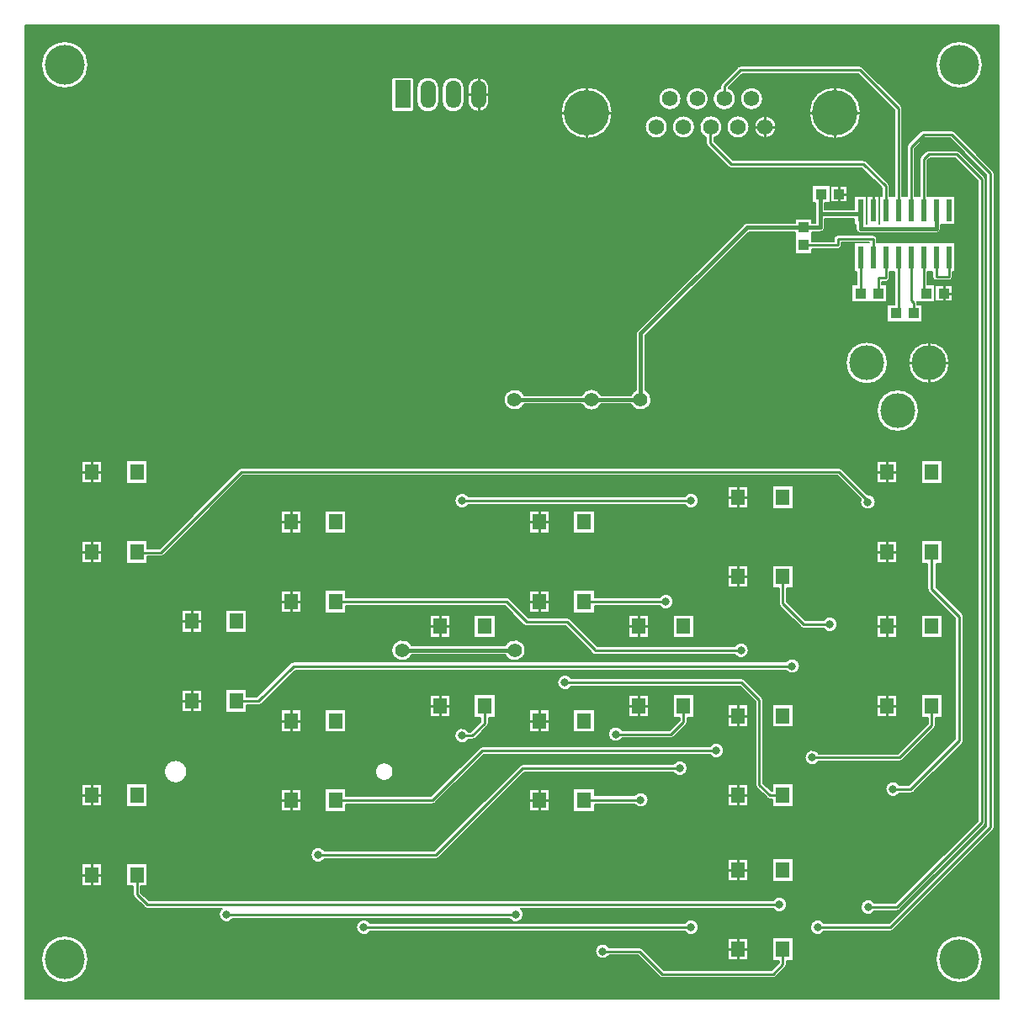
<source format=gtl>
G04 EasyPC Gerber Version 21.0.3 Build 4286 *
%FSLAX35Y35*%
%MOIN*%
%ADD20R,0.06000X0.11000*%
%AMT20*0 Rounded Rectangle Pad at angle 0*4,1,8,-0.03000,-0.05500,0.03000,-0.05500,0.03000,-0.05500,0.03000,0.05500,0.03000,0.05500,-0.03000,0.05500,-0.03000,0.05500,-0.03000,-0.05500,-0.03000,-0.05500,0*%
%ADD20T20*%
%ADD21O,0.06000X0.11000*%
%ADD16R,0.02200X0.08600*%
%ADD71R,0.03937X0.04291*%
%ADD19R,0.05512X0.06299*%
%ADD10C,0.00500*%
%ADD14C,0.01000*%
%ADD24C,0.01500*%
%ADD25C,0.03200*%
%ADD23C,0.05600*%
%ADD17C,0.06142*%
%ADD22C,0.13780*%
%ADD15C,0.15748*%
%ADD18C,0.18012*%
%ADD70R,0.04291X0.03937*%
X0Y0D02*
D02*
D10*
X4187Y390014D02*
Y4187D01*
X390014*
Y390014*
X4187*
X10611Y19935D02*
G75*
G02X29259I9324D01*
G01*
G75*
G02X10611I-9324*
G01*
Y374266D02*
G75*
G02X29259I9324D01*
G01*
G75*
G02X10611I-9324*
G01*
X26756Y57799D02*
X34768D01*
Y49000*
X26756*
Y57799*
Y89295D02*
X34768D01*
Y80496*
X26756*
Y89295*
Y185752D02*
X34768D01*
Y176953*
X26756*
Y185752*
Y217248D02*
X34768D01*
Y208449*
X26756*
Y217248*
X300470Y43139D02*
G75*
G02X306146Y41589I2627J-1550D01*
G01*
G75*
G02X300470Y40039I-3050*
G01*
X200495*
G75*
G02X201646Y37652I-1898J-2387*
G01*
G75*
G02X195970Y36102I-3050*
G01*
X86637*
G75*
G02X80960Y37652I-2627J1550*
G01*
G75*
G02X82111Y40039I3050J0*
G01*
X52598*
G75*
G02X51500Y40493I-1J1550*
G01*
X47382Y44611*
G75*
G02X46928Y45707I1096J1096*
G01*
Y48801*
X44274*
Y57998*
X52683*
Y48801*
X50028*
Y46349*
X53239Y43139*
X300470*
X282661Y28272D02*
X290673D01*
Y19472*
X282661*
Y28272*
X300179Y28470D02*
X308589D01*
Y19274*
X305934*
Y17884*
G75*
G02X305480Y16788I-1550*
G01*
X301693Y13000*
G75*
G02X300595Y12546I-1096J1096*
G01*
X256598*
G75*
G02X255500Y13000I-1J1550*
G01*
X246954Y21546*
X235723*
G75*
G02X230046Y23096I-2627J1550*
G01*
G75*
G02X235723Y24646I3050*
G01*
X247595*
G75*
G02X248693Y24193I1J-1550*
G01*
X257239Y15646*
X299954*
X302834Y18526*
Y19274*
X300179*
Y28470*
X265470Y34146D02*
G75*
G02X271146Y32596I2627J-1550D01*
G01*
G75*
G02X265470Y31046I-3050*
G01*
X141038*
G75*
G02X135361Y32596I-2627J1550*
G01*
G75*
G02X141038Y34146I3050*
G01*
X265470*
X44274Y89494D02*
X52683D01*
Y80297*
X44274*
Y89494*
X337757Y204128D02*
G75*
G02X341146Y201096I339J-3031D01*
G01*
G75*
G02X335046I-3050*
G01*
G75*
G02X335267Y202234I3050J0*
G01*
X325954Y211546*
X90739*
X59193Y180000*
G75*
G02X58095Y179546I-1096J1096*
G01*
X52683*
Y176754*
X44274*
Y185951*
X52683*
Y182646*
X57454*
X89000Y214193*
G75*
G02X90098Y214646I1096J-1096*
G01*
X326595*
G75*
G02X327693Y214193I1J-1550*
G01*
X337757Y204128*
X105496Y166067D02*
X113508D01*
Y157268*
X105496*
Y166067*
Y197563D02*
X113508D01*
Y188764*
X105496*
Y197563*
X285319Y144054D02*
G75*
G02X290896Y142346I2527J-1707D01*
G01*
G75*
G02X285319Y140639I-3050*
G01*
X229846*
G75*
G02X228229Y141799J1707*
G01*
X218139Y151889*
X202849*
G75*
G02X201634Y152394I-2J1707*
G01*
X194135Y159960*
X131423*
Y157069*
X123014*
Y166266*
X131423*
Y163375*
X194844*
G75*
G02X196059Y162869I2J-1707*
G01*
X203558Y155304*
X218846*
G75*
G02X220055Y154802J-1707*
G01*
X230804Y144054*
X285319*
X194353Y144146D02*
G75*
G02X202453Y142346I3850J-1800D01*
G01*
G75*
G02X194353Y140546I-4250*
G01*
X157446*
G75*
G02X149346Y142346I-3850J1800*
G01*
G75*
G02X157446Y144146I4250*
G01*
X194353*
X164551Y156224D02*
X172563D01*
Y147425*
X164551*
Y156224*
X182069Y156423D02*
X190478D01*
Y147226*
X182069*
Y156423*
X123014Y197762D02*
X131423D01*
Y188565*
X123014*
Y197762*
X265470Y203146D02*
G75*
G02X271146Y201596I2627J-1550D01*
G01*
G75*
G02X265470Y200046I-3050*
G01*
X179973*
G75*
G02X174296Y201596I-2627J1550*
G01*
G75*
G02X179973Y203146I3050*
G01*
X265470*
X203921Y166067D02*
X211933D01*
Y157268*
X203921*
Y166067*
Y197563D02*
X211933D01*
Y188764*
X203921*
Y197563*
X255569Y163304D02*
G75*
G02X261146Y161596I2527J-1707D01*
G01*
G75*
G02X255569Y159889I-3050*
G01*
X229848*
Y157069*
X221439*
Y166266*
X229848*
Y163304*
X255569*
X260809Y156423D02*
X269219D01*
Y147226*
X260809*
Y156423*
X243291Y156224D02*
X251303D01*
Y147425*
X243291*
Y156224*
X221439Y197762D02*
X229848D01*
Y188565*
X221439*
Y197762*
X282661Y175909D02*
X290673D01*
Y167110*
X282661*
Y175909*
Y207406D02*
X290673D01*
Y198606*
X282661*
Y207406*
X320470Y154146D02*
G75*
G02X326146Y152596I2627J-1550D01*
G01*
G75*
G02X320470Y151046I-3050*
G01*
X312598*
G75*
G02X311500Y151500I-1J1550*
G01*
X303288Y159713*
G75*
G02X302834Y160809I1096J1096*
G01*
Y166911*
X300179*
Y176108*
X308589*
Y166911*
X305934*
Y161451*
X313239Y154146*
X320470*
X359234Y124927D02*
X367644D01*
Y115730*
X364989*
Y112689*
G75*
G02X364535Y111593I-1550*
G01*
X351693Y98750*
G75*
G02X350595Y98296I-1096J1096*
G01*
X318723*
G75*
G02X313046Y99846I-2627J1550*
G01*
G75*
G02X318723Y101396I3050*
G01*
X349954*
X361889Y113331*
Y115730*
X359234*
Y124927*
X387708Y332366D02*
G75*
G02X388162Y331270I-1096J-1096D01*
G01*
Y72112*
G75*
G02X387708Y71016I-1550*
G01*
X348193Y31500*
G75*
G02X347095Y31046I-1096J1096*
G01*
X320830*
G75*
G02X315153Y32596I-2627J1550*
G01*
G75*
G02X320830Y34146I3050*
G01*
X346454*
X385062Y72754*
Y330628*
X370533Y345157*
X360754*
X356662Y341065*
Y322388*
X358562*
Y336833*
G75*
G02X359016Y337929I1550*
G01*
X361016Y339929*
G75*
G02X362113Y340383I1096J-1096*
G01*
X373111*
G75*
G02X374208Y339929I1J-1550*
G01*
X384208Y329929*
G75*
G02X384662Y328833I-1096J-1096*
G01*
Y74112*
G75*
G02X384208Y73016I-1550*
G01*
X350693Y39500*
G75*
G02X349595Y39046I-1096J1096*
G01*
X340830*
G75*
G02X335153Y40596I-2627J1550*
G01*
G75*
G02X340830Y42146I3050*
G01*
X348954*
X381562Y74754*
Y328191*
X372470Y337283*
X362754*
X361662Y336191*
Y322388*
X372663*
Y310888*
X366912*
Y309337*
G75*
G02X365112Y307537I-1800*
G01*
X335112*
G75*
G02X333312Y309337J1800*
G01*
Y310888*
X332561*
Y313411*
X320948*
Y309837*
G75*
G02X319148Y308037I-1800*
G01*
X316030*
Y304387*
X324562*
Y305337*
G75*
G02X326112Y306887I1550*
G01*
X340112*
G75*
G02X341662Y305337J-1550*
G01*
Y303785*
X372663*
Y292285*
X371662*
Y290337*
G75*
G02X370112Y288787I-1550*
G01*
X365112*
G75*
G02X363562Y290337J1550*
G01*
Y292285*
X361662*
Y287132*
X364707*
Y280297*
X357572*
G75*
G02X357662Y279778I-1460J-520*
G01*
Y279258*
X359707*
Y272423*
X345518*
Y279258*
X348562*
Y292285*
X346662*
Y289837*
G75*
G02X345112Y288287I-1550*
G01*
X343662*
Y287132*
X345707*
Y280297*
X331518*
Y287132*
X333562*
Y292285*
X332561*
Y303785*
X338562*
Y303787*
X327662*
Y302837*
G75*
G02X326112Y301287I-1550*
G01*
X316030*
Y299242*
X309195*
Y308037*
X290858*
X249896Y267075*
Y245446*
G75*
G02X252346Y241596I-1800J-3850*
G01*
G75*
G02X244246Y239796I-4250*
G01*
X232446*
G75*
G02X224746I-3850J1800*
G01*
X201946*
G75*
G02X193846Y241596I-3850J1800*
G01*
G75*
G02X201946Y243396I4250*
G01*
X224746*
G75*
G02X232446I3850J-1800*
G01*
X244246*
G75*
G02X246296Y245446I3850J-1800*
G01*
Y267821*
G75*
G02X246825Y269095I1800*
G01*
X288838Y311108*
G75*
G02X290112Y311637I1274J-1272*
G01*
X309195*
Y313431*
X316030*
Y311637*
X317348*
Y319667*
X315990*
Y326502*
X323179*
Y319667*
X320948*
Y317011*
X332561*
Y322388*
X337663*
Y311137*
X337762*
Y322187*
X342463*
Y311137*
X342561*
Y322388*
X343562*
Y325494*
X335710Y333346*
X283865*
G75*
G02X282768Y333800I-1J1550*
G01*
X274500Y342067*
G75*
G02X274046Y343163I1096J1096*
G01*
Y345490*
G75*
G02X275841Y354161I1794J4150*
G01*
G75*
G02X277146Y345312J-4521*
G01*
Y343806*
X284506Y336446*
X336351*
G75*
G02X337448Y335992I1J-1550*
G01*
X346208Y327232*
G75*
G02X346662Y326136I-1096J-1096*
G01*
Y322388*
X348562*
Y356439*
X334254Y370747*
X288294*
X282784Y365238*
Y365068*
G75*
G02X281234Y356300I-1550J-4247*
G01*
G75*
G02X279684Y365068J4521*
G01*
Y365880*
G75*
G02X280138Y366976I1550*
G01*
X286556Y373393*
G75*
G02X287653Y373847I1096J-1096*
G01*
X334894*
G75*
G02X335992Y373393I1J-1550*
G01*
X351208Y358177*
G75*
G02X351662Y357081I-1096J-1096*
G01*
Y322388*
X353562*
Y341707*
G75*
G02X354016Y342803I1550*
G01*
X359016Y347803*
G75*
G02X360113Y348257I1096J-1096*
G01*
X371174*
G75*
G02X372271Y347803I1J-1550*
G01*
X387708Y332366*
X364717Y286933D02*
X371508D01*
Y280496*
X364717*
Y286933*
X354118Y256156D02*
G75*
G02X370398I8140D01*
G01*
G75*
G02X354118I-8140*
G01*
X359234Y156423D02*
X367644D01*
Y147226*
X359234*
Y156423*
X375603Y156800D02*
G75*
G02X376099Y155596I-1211J-1204D01*
G01*
Y106642*
G75*
G02X375598Y105433I-1707*
G01*
X356305Y86141*
G75*
G02X355096Y85639I-1209J1206*
G01*
X350624*
G75*
G02X345046Y87346I-2527J1707*
G01*
G75*
G02X350624Y89054I3050*
G01*
X354389*
X372684Y107349*
Y154892*
X365182Y162439*
X362233Y165388*
G75*
G02X361731Y166596I1206J1209*
G01*
Y176754*
X359234*
Y185951*
X367644*
Y176754*
X365146*
Y167304*
X367597Y164853*
G75*
G02X367603Y164848I-865J-937*
G01*
X375603Y156800*
X359234Y217447D02*
X367644D01*
Y208250*
X359234*
Y217447*
X329312Y256156D02*
G75*
G02X345991I8340D01*
G01*
G75*
G02X329312I-8340*
G01*
X341595Y237258D02*
G75*
G02X358275I8340D01*
G01*
G75*
G02X341595I-8340*
G01*
X341717Y124728D02*
X349728D01*
Y115929*
X341717*
Y124728*
Y156224D02*
X349728D01*
Y147425*
X341717*
Y156224*
Y185752D02*
X349728D01*
Y176953*
X341717*
Y185752*
Y217248D02*
X349728D01*
Y208449*
X341717*
Y217248*
X323189Y326303D02*
X329980D01*
Y319866*
X323189*
Y326303*
X314778Y355230D02*
G75*
G02X335289I10256D01*
G01*
G75*
G02X314778I-10256*
G01*
X292022Y365342D02*
G75*
G02X296543Y360821J-4521D01*
G01*
G75*
G02X292022Y356300I-4521*
G01*
G75*
G02X287501Y360821J4521*
G01*
G75*
G02X292022Y365342I4521*
G01*
X293094Y349640D02*
G75*
G02X301736I4321D01*
G01*
G75*
G02X293094I-4321*
G01*
X286628Y354161D02*
G75*
G02X291149Y349640J-4521D01*
G01*
G75*
G02X286628Y345119I-4521*
G01*
G75*
G02X282107Y349640J4521*
G01*
G75*
G02X286628Y354161I4521*
G01*
X364942Y19935D02*
G75*
G02X383590I9324D01*
G01*
G75*
G02X364942I-9324*
G01*
X300179Y207604D02*
X308589D01*
Y198407*
X300179*
Y207604*
X63833Y98846D02*
G75*
G02X68432Y94246J-4600D01*
G01*
G75*
G02X63833Y89646I-4600*
G01*
G75*
G02X59233Y94246J4600*
G01*
G75*
G02X63833Y98846I4600*
G01*
X66126Y126697D02*
X74138D01*
Y117898*
X66126*
Y126697*
Y158193D02*
X74138D01*
Y149394*
X66126*
Y158193*
X305556Y137784D02*
G75*
G02X311146Y136096I2541J-1688D01*
G01*
G75*
G02X305583Y134369I-3050*
G01*
X111193*
X97915Y121091*
G75*
G02X96707Y120590I-1209J1206*
G01*
X92053*
Y117699*
X83644*
Y126896*
X92053*
Y124005*
X96000*
X109278Y137283*
G75*
G02X110486Y137784I1209J-1206*
G01*
X305556*
X260970Y97146D02*
G75*
G02X266646Y95596I2627J-1550D01*
G01*
G75*
G02X260970Y94046I-3050*
G01*
X201987*
X168118Y60178*
G75*
G02X167020Y59724I-1096J1096*
G01*
X122956*
G75*
G02X117279Y61274I-2627J1550*
G01*
G75*
G02X122956Y62824I3050*
G01*
X166380*
X200248Y96693*
G75*
G02X201346Y97146I1096J-1096*
G01*
X260970*
X203921Y87327D02*
X211933D01*
Y78528*
X203921*
Y87327*
X245569Y84804D02*
G75*
G02X251146Y83096I2527J-1707D01*
G01*
G75*
G02X245569Y81389I-3050*
G01*
X229848*
Y78329*
X221439*
Y87526*
X229848*
Y84804*
X245569*
X275470Y104146D02*
G75*
G02X281146Y102596I2627J-1550D01*
G01*
G75*
G02X275470Y101046I-3050*
G01*
X185916*
X166700Y81831*
G75*
G02X165603Y81377I-1096J1096*
G01*
X131423*
Y78329*
X123014*
Y87526*
X131423*
Y84477*
X164962*
X184178Y103693*
G75*
G02X185275Y104146I1096J-1096*
G01*
X275470*
X123014Y119022D02*
X131423D01*
Y109825*
X123014*
Y119022*
X142894Y94246D02*
G75*
G02X150125I3615D01*
G01*
G75*
G02X142894I-3615*
G01*
X164551Y124728D02*
X172563D01*
Y115929*
X164551*
Y124728*
X182069Y124927D02*
X190478D01*
Y115730*
X187824*
Y113439*
G75*
G02X187370Y112343I-1550*
G01*
X182448Y107422*
G75*
G02X181351Y106968I-1096J1096*
G01*
X179973*
G75*
G02X174296Y108518I-2627J1550*
G01*
G75*
G02X179973Y110068I3050*
G01*
X180710*
X184724Y114081*
Y115730*
X182069*
Y124927*
X203921Y118823D02*
X211933D01*
Y110024*
X203921*
Y118823*
X300179Y89494D02*
X308589D01*
Y80297*
X300179*
Y83346*
X299298*
G75*
G02X298201Y83800I-1J1550*
G01*
X294000Y88000*
G75*
G02X293546Y89096I1096J1096*
G01*
Y121954*
X287454Y128046*
X220723*
G75*
G02X215046Y129596I-2627J1550*
G01*
G75*
G02X220723Y131146I3050*
G01*
X288095*
G75*
G02X289193Y130693I1J-1550*
G01*
X296193Y123693*
G75*
G02X296646Y122596I-1096J-1096*
G01*
Y89739*
X299939Y86446*
X300179*
Y89494*
Y59967D02*
X308589D01*
Y50770*
X300179*
Y59967*
X221439Y119022D02*
X229848D01*
Y109825*
X221439*
Y119022*
X260809Y124927D02*
X269219D01*
Y115730*
X266564*
Y114014*
G75*
G02X266110Y112918I-1550*
G01*
X261193Y108000*
G75*
G02X260095Y107546I-1096J1096*
G01*
X240830*
G75*
G02X235153Y109096I-2627J1550*
G01*
G75*
G02X240830Y110646I3050*
G01*
X259454*
X263464Y114656*
Y115730*
X260809*
Y124927*
X243291Y124728D02*
X251303D01*
Y115929*
X243291*
Y124728*
X282661Y59768D02*
X290673D01*
Y50969*
X282661*
Y59768*
Y89295D02*
X290673D01*
Y80496*
X282661*
Y89295*
Y120791D02*
X290673D01*
Y111992*
X282661*
Y120791*
X300179Y120990D02*
X308589D01*
Y111793*
X300179*
Y120990*
X105496Y87327D02*
X113508D01*
Y78528*
X105496*
Y87327*
Y118823D02*
X113508D01*
Y110024*
X105496*
Y118823*
X83644Y158392D02*
X92053D01*
Y149195*
X83644*
Y158392*
X44274Y217447D02*
X52683D01*
Y208250*
X44274*
Y217447*
X157393Y369405D02*
G75*
G02X158243Y368555J-850D01*
G01*
Y356355*
G75*
G02X157393Y355505I-850*
G01*
X150193*
G75*
G02X149343Y356355J850*
G01*
Y368555*
G75*
G02X150193Y369405I850*
G01*
X157393*
X159344Y364955D02*
G75*
G02X168242I4449D01*
G01*
Y359955*
G75*
G02X159344I-4449*
G01*
Y364955*
X169344D02*
G75*
G02X178242I4449D01*
G01*
Y359955*
G75*
G02X169344I-4449*
G01*
Y364955*
X179543D02*
G75*
G02X188043I4250D01*
G01*
Y359955*
G75*
G02X179543I-4250*
G01*
Y364955*
X216392Y355230D02*
G75*
G02X236904I10256D01*
G01*
G75*
G02X216392I-10256*
G01*
X254266Y354161D02*
G75*
G02X258787Y349640J-4521D01*
G01*
G75*
G02X254266Y345119I-4521*
G01*
G75*
G02X249745Y349640J4521*
G01*
G75*
G02X254266Y354161I4521*
G01*
X259659Y365342D02*
G75*
G02X264180Y360821J-4521D01*
G01*
G75*
G02X259659Y356300I-4521*
G01*
G75*
G02X255139Y360821J4521*
G01*
G75*
G02X259659Y365342I4521*
G01*
X265053Y354161D02*
G75*
G02X269574Y349640J-4521D01*
G01*
G75*
G02X265053Y345119I-4521*
G01*
G75*
G02X260532Y349640J4521*
G01*
G75*
G02X265053Y354161I4521*
G01*
X270447Y365342D02*
G75*
G02X274968Y360821J-4521D01*
G01*
G75*
G02X270447Y356300I-4521*
G01*
G75*
G02X265926Y360821J4521*
G01*
G75*
G02X270447Y365342I4521*
G01*
X364942Y374266D02*
G75*
G02X383590I9324D01*
G01*
G75*
G02X364942I-9324*
G01*
X308589Y19935D02*
G36*
Y19274D01*
X305934*
Y17884*
G75*
G02X305480Y16788I-1551J0*
G01*
X301693Y13000*
G75*
G02X300595Y12546I-1096J1096*
G01*
X256598*
G75*
G02X255500Y13000I-1J1550*
G01*
X248566Y19935*
X29259*
G75*
G02X10611I-9324*
G01*
X4437*
Y4437*
X389764*
Y19935*
X383590*
G75*
G02X364942I-9324*
G01*
X308589*
G37*
X300179D02*
G36*
X290673D01*
Y19472*
X282661*
Y19935*
X252950*
X257239Y15646*
X299954*
X302834Y18526*
Y19274*
X300179*
Y19935*
G37*
X349289Y32596D02*
G36*
X348193Y31500D01*
G75*
G02X347095Y31046I-1096J1096*
G01*
X320830*
G75*
G02X315153Y32596I-2627J1550*
G01*
X271146*
G75*
G02X265470Y31046I-3050*
G01*
X141038*
G75*
G02X135361Y32596I-2627J1550*
G01*
X4437*
Y19935*
X10611*
G75*
G02X29259I9324*
G01*
X248566*
X246954Y21546*
X235723*
G75*
G02X230046Y23096I-2627J1550*
G01*
G75*
G02X235723Y24646I3050*
G01*
X247595*
G75*
G02X248693Y24193I1J-1550*
G01*
X252950Y19935*
X282661*
Y28272*
X290673*
Y19935*
X300179*
Y28470*
X308589*
Y19935*
X364942*
G75*
G02X383590I9324*
G01*
X389764*
Y32596*
X349289*
G37*
X365707Y53400D02*
G36*
X364592D01*
X350693Y39500*
G75*
G02X349595Y39046I-1096J1096*
G01*
X340830*
G75*
G02X335153Y40596I-2627J1550*
G01*
G75*
G02X340830Y42146I3050*
G01*
X348954*
X360207Y53400*
X308589*
Y50770*
X300179*
Y53400*
X290673*
Y50969*
X282661*
Y53400*
X52683*
Y48801*
X50028*
Y46349*
X53239Y43139*
X300470*
G75*
G02X306146Y41589I2627J-1550*
G01*
G75*
G02X300470Y40039I-3050*
G01*
X200495*
G75*
G02X201646Y37652I-1900J-2388*
G01*
G75*
G02X195970Y36102I-3050*
G01*
X86637*
G75*
G02X80960Y37652I-2627J1550*
G01*
G75*
G02X82111Y40039I3051J-1*
G01*
X52598*
G75*
G02X51500Y40493I-1J1550*
G01*
X47382Y44611*
G75*
G02X46928Y45707I1097J1096*
G01*
Y48801*
X44274*
Y53400*
X34768*
Y49000*
X26756*
Y53400*
X4437*
Y32596*
X135361*
G75*
G02X141038Y34146I3050*
G01*
X265470*
G75*
G02X271146Y32596I2627J-1550*
G01*
X315153*
G75*
G02X320830Y34146I3050*
G01*
X346454*
X365707Y53400*
G37*
X370092D02*
G36*
X349289Y32596D01*
X389764*
Y53400*
X370092*
G37*
X381562Y84896D02*
G36*
X349912D01*
G75*
G02X346281I-1816J2451*
G01*
X308589*
Y80297*
X300179*
Y83346*
X299298*
G75*
G02X298201Y83800I-1J1550*
G01*
X297105Y84896*
X290673*
Y80496*
X282661*
Y84896*
X250559*
G75*
G02X251146Y83097I-2463J-1799*
G01*
Y83096*
G75*
G02X245569Y81389I-3050J0*
G01*
X229848*
Y78329*
X221439*
Y84896*
X211933*
Y78528*
X203921*
Y84896*
X192836*
X168118Y60178*
G75*
G02X167020Y59724I-1096J1096*
G01*
X122956*
G75*
G02X117279Y61274I-2627J1550*
G01*
G75*
G02X122956Y62824I3050*
G01*
X166380*
X188452Y84896*
X169765*
X166700Y81831*
G75*
G02X165603Y81377I-1096J1096*
G01*
X131423*
Y78329*
X123014*
Y84896*
X113508*
Y78528*
X105496*
Y84896*
X52683*
Y80297*
X44274*
Y84896*
X34768*
Y80496*
X26756*
Y84896*
X4437*
Y53400*
X26756*
Y57799*
X34768*
Y53400*
X44274*
Y57998*
X52683*
Y53400*
X282661*
Y59768*
X290673*
Y53400*
X300179*
Y59967*
X308589*
Y53400*
X360207*
X381562Y74754*
Y84896*
G37*
X165381D02*
G36*
X131423D01*
Y84477*
X164962*
X165381Y84896*
G37*
X245634D02*
G36*
X229848D01*
Y84804*
X245569*
G75*
G02X245634Y84896I2528J-1711*
G01*
G37*
X385062D02*
G36*
X384662D01*
Y74112*
G75*
G02X384208Y73016I-1551J0*
G01*
X364592Y53400*
X365707*
X385062Y72754*
Y84896*
G37*
X388162D02*
G36*
Y72112D01*
G75*
G02X387708Y71016I-1551J0*
G01*
X370092Y53400*
X389764*
Y84896*
X388162*
G37*
X174731Y94246D02*
G36*
X150125D01*
G75*
G02X142894I-3615*
G01*
X68432*
G75*
G02X63833Y89646I-4600*
G01*
G75*
G02X59233Y94246J4600*
G01*
X4437*
Y84896*
X26756*
Y89295*
X34768*
Y84896*
X44274*
Y89494*
X52683*
Y84896*
X105496*
Y87327*
X113508*
Y84896*
X123014*
Y87526*
X131423*
Y84896*
X165381*
X174731Y94246*
G37*
X197802D02*
G36*
X179115D01*
X169765Y84896*
X188452*
X197802Y94246*
G37*
X297105Y84896D02*
G36*
X294000Y88000D01*
G75*
G02X293546Y89096I1097J1096*
G01*
Y94246*
X266331*
G75*
G02X260970Y94046I-2735J1350*
G01*
X201987*
X192836Y84896*
X203921*
Y87327*
X211933*
Y84896*
X221439*
Y87526*
X229848*
Y84896*
X245634*
G75*
G02X250559I2463J-1799*
G01*
X282661*
Y89295*
X290673*
Y84896*
X297105*
G37*
X359581Y94246D02*
G36*
X296646D01*
Y89739*
X299939Y86446*
X300179*
Y89494*
X308589*
Y84896*
X346281*
G75*
G02X345046Y87346I1815J2450*
G01*
Y87346*
G75*
G02X350624Y89054I3050J0*
G01*
X354389*
X359581Y94246*
G37*
X385062D02*
G36*
X384662D01*
Y84896*
X385062*
Y94246*
G37*
X381562D02*
G36*
X364411D01*
X356305Y86141*
G75*
G02X355096Y85639I-1208J1205*
G01*
X350624*
G75*
G02X349912Y84896I-2527J1707*
G01*
X381562*
Y94246*
G37*
X388162D02*
G36*
Y84896D01*
X389764*
Y94246*
X388162*
G37*
X293546Y110862D02*
G36*
X264054D01*
X261193Y108000*
G75*
G02X260095Y107546I-1096J1096*
G01*
X240830*
G75*
G02X235153Y109096I-2627J1550*
G01*
G75*
G02X235716Y110862I3050J0*
G01*
X229848*
Y109825*
X221439*
Y110862*
X211933*
Y110024*
X203921*
Y110862*
X185889*
X182448Y107422*
G75*
G02X181351Y106968I-1096J1096*
G01*
X179973*
G75*
G02X174296Y108518I-2627J1550*
G01*
G75*
G02X175395Y110862I3050*
G01*
X131423*
Y109825*
X123014*
Y110862*
X113508*
Y110024*
X105496*
Y110862*
X4437*
Y94246*
X59233*
G75*
G02X63833Y98846I4600*
G01*
G75*
G02X68432Y94246J-4600*
G01*
X142894*
G75*
G02X150125I3615*
G01*
X174731*
X184178Y103693*
G75*
G02X185275Y104146I1096J-1096*
G01*
X275470*
G75*
G02X281146Y102596I2627J-1550*
G01*
G75*
G02X275470Y101046I-3050*
G01*
X185916*
X179115Y94246*
X197802*
X200248Y96693*
G75*
G02X201346Y97146I1096J-1096*
G01*
X260970*
G75*
G02X266646Y95596I2627J-1550*
G01*
G75*
G02X266331Y94246I-3050J0*
G01*
X293546*
Y110862*
G37*
X181504D02*
G36*
X179298D01*
G75*
G02X179973Y110068I-1951J-2344*
G01*
X180710*
X181504Y110862*
G37*
X259670D02*
G36*
X240690D01*
G75*
G02X240830Y110646I-2487J-1767*
G01*
X259454*
X259670Y110862*
G37*
X372684D02*
G36*
X363804D01*
X351693Y98750*
G75*
G02X350595Y98296I-1096J1096*
G01*
X318723*
G75*
G02X313046Y99846I-2627J1550*
G01*
G75*
G02X318723Y101396I3050*
G01*
X349954*
X359420Y110862*
X296646*
Y94246*
X359581*
X372684Y107349*
Y110862*
G37*
X385062D02*
G36*
X384662D01*
Y94246*
X385062*
Y110862*
G37*
X381562D02*
G36*
X376099D01*
Y106642*
Y106641*
G75*
G02X375598Y105433I-1706*
G01*
X364411Y94246*
X381562*
Y110862*
G37*
X388162D02*
G36*
Y94246D01*
X389764*
Y110862*
X388162*
G37*
X182069Y120329D02*
G36*
X172563D01*
Y115929*
X164551*
Y120329*
X92053*
Y117699*
X83644*
Y120329*
X74138*
Y117898*
X66126*
Y120329*
X4437*
Y110862*
X105496*
Y118823*
X113508*
Y110862*
X123014*
Y119022*
X131423*
Y110862*
X175395*
G75*
G02X179298I1951J-2344*
G01*
X181504*
X184724Y114081*
Y115730*
X182069*
Y120329*
G37*
X260809D02*
G36*
X251303D01*
Y115929*
X243291*
Y120329*
X190478*
Y115730*
X187824*
Y113439*
G75*
G02X187370Y112343I-1551J0*
G01*
X185889Y110862*
X203921*
Y118823*
X211933*
Y110862*
X221439*
Y119022*
X229848*
Y110862*
X235716*
G75*
G02X240690I2487J-1765*
G01*
X259670*
X263464Y114656*
Y115730*
X260809*
Y120329*
G37*
X293546D02*
G36*
X290673D01*
Y111992*
X282661*
Y120329*
X269219*
Y115730*
X266564*
Y114014*
G75*
G02X266110Y112918I-1551J0*
G01*
X264054Y110862*
X293546*
Y120329*
G37*
X359234D02*
G36*
X349728D01*
Y115929*
X341717*
Y120329*
X308589*
Y111793*
X300179*
Y120329*
X296646*
Y110862*
X359420*
X361889Y113331*
Y115730*
X359234*
Y120329*
G37*
X385062D02*
G36*
X384662D01*
Y110862*
X385062*
Y120329*
G37*
X372684D02*
G36*
X367644D01*
Y115730*
X364989*
Y112689*
G75*
G02X364535Y111593I-1551J0*
G01*
X363804Y110862*
X372684*
Y120329*
G37*
X381562D02*
G36*
X376099D01*
Y110862*
X381562*
Y120329*
G37*
X388162D02*
G36*
Y110862D01*
X389764*
Y120329*
X388162*
G37*
X372684Y142346D02*
G36*
X290896D01*
G75*
G02X285319Y140639I-3050J0*
G01*
X229846*
G75*
G02X228229Y141799J1707*
G01*
X227682Y142346*
X202453*
G75*
G02X194353Y140546I-4250*
G01*
X157446*
G75*
G02X149346Y142346I-3850J1800*
G01*
X4437*
Y120329*
X66126*
Y126697*
X74138*
Y120329*
X83644*
Y126896*
X92053*
Y124005*
X96000*
X109278Y137283*
G75*
G02X110486Y137784I1208J-1205*
G01*
X305556*
G75*
G02X311146Y136096I2541J-1688*
G01*
Y136096*
G75*
G02X305583Y134369I-3050*
G01*
X111193*
X97915Y121091*
G75*
G02X96707Y120590I-1208J1205*
G01*
X92053*
Y120329*
X164551*
Y124728*
X172563*
Y120329*
X182069*
Y124927*
X190478*
Y120329*
X243291*
Y124728*
X251303*
Y120329*
X260809*
Y124927*
X269219*
Y120329*
X282661*
Y120791*
X290673*
Y120329*
X293546*
Y121954*
X287454Y128046*
X220723*
G75*
G02X215046Y129596I-2627J1550*
G01*
G75*
G02X220723Y131146I3050*
G01*
X288095*
G75*
G02X289193Y130693I1J-1550*
G01*
X296193Y123693*
G75*
G02X296646Y122596I-1097J-1096*
G01*
Y120329*
X300179*
Y120990*
X308589*
Y120329*
X341717*
Y124728*
X349728*
Y120329*
X359234*
Y124927*
X367644*
Y120329*
X372684*
Y142346*
G37*
X385062D02*
G36*
X384662D01*
Y120329*
X385062*
Y142346*
G37*
X381562D02*
G36*
X376099D01*
Y120329*
X381562*
Y142346*
G37*
X388162D02*
G36*
Y120329D01*
X389764*
Y142346*
X388162*
G37*
X227682D02*
G36*
X218204Y151825D01*
X190478*
Y147226*
X182069*
Y151825*
X172563*
Y147425*
X164551*
Y151825*
X92053*
Y149195*
X83644*
Y151825*
X74138*
Y149394*
X66126*
Y151825*
X4437*
Y142346*
X149346*
G75*
G02X157446Y144146I4250*
G01*
X194353*
G75*
G02X202453Y142346I3850J-1800*
G01*
X227682*
G37*
X372684Y151825D02*
G36*
X367644D01*
Y147226*
X359234*
Y151825*
X349728*
Y147425*
X341717*
Y151825*
X326047*
G75*
G02X320470Y151046I-2951J772*
G01*
X312598*
G75*
G02X311500Y151500I-1J1550*
G01*
X311176Y151825*
X269219*
Y147226*
X260809*
Y151825*
X251303*
Y147425*
X243291*
Y151825*
X223033*
X230804Y144054*
X285319*
G75*
G02X290896Y142347I2527J-1707*
G01*
Y142346*
X372684*
Y151825*
G37*
X385062D02*
G36*
X384662D01*
Y142346*
X385062*
Y151825*
G37*
X381562D02*
G36*
X376099D01*
Y142346*
X381562*
Y151825*
G37*
X388162D02*
G36*
Y142346D01*
X389764*
Y151825*
X388162*
G37*
X218204D02*
G36*
X218139Y151889D01*
X202849*
G75*
G02X201634Y152394I-2J1708*
G01*
X194135Y159960*
X131423*
Y157069*
X123014*
Y161667*
X113508*
Y157268*
X105496*
Y161667*
X4437*
Y151825*
X66126*
Y158193*
X74138*
Y151825*
X83644*
Y158392*
X92053*
Y151825*
X164551*
Y156224*
X172563*
Y151825*
X182069*
Y156423*
X190478*
Y151825*
X218204*
G37*
X311176D02*
G36*
X303288Y159713D01*
G75*
G02X302834Y160809I1097J1096*
G01*
Y161667*
X261146*
G75*
G02X261146Y161597I-3044J-69*
G01*
Y161596*
G75*
G02X255569Y159889I-3050J0*
G01*
X229848*
Y157069*
X221439*
Y161667*
X211933*
Y157268*
X203921*
Y161667*
X197250*
X203558Y155304*
X218846*
G75*
G02X220055Y154802I0J-1706*
G01*
X223033Y151825*
X243291*
Y156224*
X251303*
Y151825*
X260809*
Y156423*
X269219*
Y151825*
X311176*
G37*
X372684D02*
G36*
Y154892D01*
X365949Y161667*
X305934*
Y161451*
X313239Y154146*
X320470*
G75*
G02X326146Y152596I2627J-1550*
G01*
G75*
G02X326047Y151825I-3050*
G01*
X341717*
Y156224*
X349728*
Y151825*
X359234*
Y156423*
X367644*
Y151825*
X372684*
G37*
X385062Y161667D02*
G36*
X384662D01*
Y151825*
X385062*
Y161667*
G37*
X381562D02*
G36*
X370765D01*
X375603Y156800*
G75*
G02X376099Y155596I-1213J-1205*
G01*
Y151825*
X381562*
Y161667*
G37*
X388162D02*
G36*
Y151825D01*
X389764*
Y161667*
X388162*
G37*
X300179Y171510D02*
G36*
X290673D01*
Y167110*
X282661*
Y171510*
X4437*
Y161667*
X105496*
Y166067*
X113508*
Y161667*
X123014*
Y166266*
X131423*
Y163375*
X194844*
G75*
G02X196059Y162869I2J-1708*
G01*
X197250Y161667*
X203921*
Y166067*
X211933*
Y161667*
X221439*
Y166266*
X229848*
Y163304*
X255569*
G75*
G02X261146Y161667I2527J-1707*
G01*
X302834*
Y166911*
X300179*
Y171510*
G37*
X365949Y161667D02*
G36*
X365182Y162439D01*
X362233Y165388*
G75*
G02X361731Y166596I1205J1208*
G01*
Y166596*
Y171510*
X308589*
Y166911*
X305934*
Y161667*
X365949*
G37*
X385062Y171510D02*
G36*
X384662D01*
Y161667*
X385062*
Y171510*
G37*
X381562D02*
G36*
X365146D01*
Y167304*
X367597Y164853*
G75*
G02X367603Y164848I-31J-39*
G01*
X370765Y161667*
X381562*
Y171510*
G37*
X388162D02*
G36*
Y161667D01*
X389764*
Y171510*
X388162*
G37*
X359234Y181352D02*
G36*
X349728D01*
Y176953*
X341717*
Y181352*
X60544*
X59193Y180000*
G75*
G02X58095Y179546I-1096J1096*
G01*
X52683*
Y176754*
X44274*
Y181352*
X34768*
Y176953*
X26756*
Y181352*
X4437*
Y171510*
X282661*
Y175909*
X290673*
Y171510*
X300179*
Y176108*
X308589*
Y171510*
X361731*
Y176754*
X359234*
Y181352*
G37*
X385062D02*
G36*
X384662D01*
Y171510*
X385062*
Y181352*
G37*
X381562D02*
G36*
X367644D01*
Y176754*
X365146*
Y171510*
X381562*
Y181352*
G37*
X388162D02*
G36*
Y171510D01*
X389764*
Y181352*
X388162*
G37*
X67971Y193163D02*
G36*
X4437D01*
Y181352*
X26756*
Y185752*
X34768*
Y181352*
X44274*
Y185951*
X52683*
Y182646*
X57454*
X67971Y193163*
G37*
X381562D02*
G36*
X229848D01*
Y188565*
X221439*
Y193163*
X211933*
Y188764*
X203921*
Y193163*
X131423*
Y188565*
X123014*
Y193163*
X113508*
Y188764*
X105496*
Y193163*
X72356*
X60544Y181352*
X341717*
Y185752*
X349728*
Y181352*
X359234*
Y185951*
X367644*
Y181352*
X381562*
Y193163*
G37*
X385062D02*
G36*
X384662D01*
Y181352*
X385062*
Y193163*
G37*
X388162D02*
G36*
Y181352D01*
X389764*
Y193163*
X388162*
G37*
X76404Y201596D02*
G36*
X4437D01*
Y193163*
X67971*
X76404Y201596*
G37*
X381562D02*
G36*
X341105D01*
G75*
G02X341146Y201096I-3009J-500*
G01*
G75*
G02X335046I-3050*
G01*
Y201097*
G75*
G02X335088Y201596I3049J-1*
G01*
X308589*
Y198407*
X300179*
Y201596*
X290673*
Y198606*
X282661*
Y201596*
X271146*
G75*
G02X265470Y200046I-3050*
G01*
X179973*
G75*
G02X174296Y201596I-2627J1550*
G01*
X80789*
X72356Y193163*
X105496*
Y197563*
X113508*
Y193163*
X123014*
Y197762*
X131423*
Y193163*
X203921*
Y197563*
X211933*
Y193163*
X221439*
Y197762*
X229848*
Y193163*
X381562*
Y201596*
G37*
X385062D02*
G36*
X384662D01*
Y193163*
X385062*
Y201596*
G37*
X388162D02*
G36*
Y193163D01*
X389764*
Y201596*
X388162*
G37*
X87656Y212848D02*
G36*
X52683D01*
Y208250*
X44274*
Y212848*
X34768*
Y208449*
X26756*
Y212848*
X4437*
Y201596*
X76404*
X87656Y212848*
G37*
X335088Y201596D02*
G36*
G75*
G02X335267Y202234I3009J-499D01*
G01*
X325954Y211546*
X90739*
X80789Y201596*
X174296*
G75*
G02X179973Y203146I3050*
G01*
X265470*
G75*
G02X271146Y201596I2627J-1550*
G01*
X282661*
Y207406*
X290673*
Y201596*
X300179*
Y207604*
X308589*
Y201596*
X335088*
G37*
X381562Y212848D02*
G36*
X367644D01*
Y208250*
X359234*
Y212848*
X349728*
Y208449*
X341717*
Y212848*
X329037*
X337757Y204128*
G75*
G02X341105Y201596I339J-3031*
G01*
X381562*
Y212848*
G37*
X385062D02*
G36*
X384662D01*
Y201596*
X385062*
Y212848*
G37*
X388162D02*
G36*
Y201596D01*
X389764*
Y212848*
X388162*
G37*
X381562Y237258D02*
G36*
X358275D01*
G75*
G02X341595I-8340*
G01*
X4437*
Y212848*
X26756*
Y217248*
X34768*
Y212848*
X44274*
Y217447*
X52683*
Y212848*
X87656*
X89000Y214193*
G75*
G02X90098Y214646I1096J-1096*
G01*
X326595*
G75*
G02X327693Y214193I1J-1550*
G01*
X329037Y212848*
X341717*
Y217248*
X349728*
Y212848*
X359234*
Y217447*
X367644*
Y212848*
X381562*
Y237258*
G37*
X385062D02*
G36*
X384662D01*
Y212848*
X385062*
Y237258*
G37*
X388162D02*
G36*
Y212848D01*
X389764*
Y237258*
X388162*
G37*
X381562Y256156D02*
G36*
X370398D01*
G75*
G02X354118I-8140*
G01*
X345991*
G75*
G02X329312I-8340*
G01*
X249896*
Y245446*
G75*
G02X252346Y241596I-1800J-3850*
G01*
G75*
G02X244246Y239796I-4250*
G01*
X232446*
G75*
G02X224746I-3850J1800*
G01*
X201946*
G75*
G02X193846Y241596I-3850J1800*
G01*
G75*
G02X201946Y243396I4250*
G01*
X224746*
G75*
G02X232446I3850J-1800*
G01*
X244246*
G75*
G02X246296Y245446I3852J-1802*
G01*
Y256156*
X4437*
Y237258*
X341595*
G75*
G02X358275I8340*
G01*
X381562*
Y256156*
G37*
X385062D02*
G36*
X384662D01*
Y237258*
X385062*
Y256156*
G37*
X388162D02*
G36*
Y237258D01*
X389764*
Y256156*
X388162*
G37*
X261444Y283715D02*
G36*
X4437D01*
Y256156*
X246296*
Y267821*
G75*
G02X246825Y269095I1800*
G01*
X261444Y283715*
G37*
X381562D02*
G36*
X371508D01*
Y280496*
X364717*
Y283715*
X364707*
Y280297*
X357572*
G75*
G02X357662Y279780I-1448J-518*
G01*
G75*
G02Y279778I-1484J-1*
G01*
Y279258*
X359707*
Y272423*
X345518*
Y279258*
X348562*
Y283715*
X345707*
Y280297*
X331518*
Y283715*
X266536*
X249896Y267075*
Y256156*
X329312*
G75*
G02X345991I8340*
G01*
X354118*
G75*
G02X370398I8140*
G01*
X381562*
Y283715*
G37*
X385062D02*
G36*
X384662D01*
Y256156*
X385062*
Y283715*
G37*
X388162D02*
G36*
Y256156D01*
X389764*
Y283715*
X388162*
G37*
X315990Y323085D02*
G36*
X4437D01*
Y283715*
X261444*
X288838Y311108*
G75*
G02X290112Y311637I1274J-1272*
G01*
X309195*
Y313431*
X316030*
Y311637*
X317348*
Y319667*
X315990*
Y323085*
G37*
X331518Y283715D02*
G36*
Y287132D01*
X333562*
Y292285*
X332561*
Y303785*
X338562*
Y303787*
X327662*
Y302837*
G75*
G02X326112Y301287I-1550*
G01*
X316030*
Y299242*
X309195*
Y308037*
X290858*
X266536Y283715*
X331518*
G37*
X381562Y323085D02*
G36*
X361662D01*
Y322388*
X372663*
Y310888*
X366912*
Y309337*
G75*
G02X365112Y307537I-1800*
G01*
X335112*
G75*
G02X333312Y309337J1800*
G01*
Y310888*
X332561*
Y313411*
X320948*
Y309837*
G75*
G02X319148Y308037I-1800*
G01*
X316030*
Y304387*
X324562*
Y305337*
G75*
G02X326112Y306887I1550*
G01*
X340112*
G75*
G02X341662Y305337J-1550*
G01*
Y303785*
X372663*
Y292285*
X371662*
Y290337*
G75*
G02X370112Y288787I-1550*
G01*
X365112*
G75*
G02X363562Y290337J1550*
G01*
Y292285*
X361662*
Y287132*
X364707*
Y283715*
X364717*
Y286933*
X371508*
Y283715*
X381562*
Y323085*
G37*
X343562D02*
G36*
X329980D01*
Y319866*
X323189*
Y323085*
X323179*
Y319667*
X320948*
Y317011*
X332561*
Y322388*
X337663*
Y311137*
X337762*
Y322187*
X342463*
Y311137*
X342561*
Y322388*
X343562*
Y323085*
G37*
X348562D02*
G36*
X346662D01*
Y322388*
X348562*
Y323085*
G37*
X353562D02*
G36*
X351662D01*
Y322388*
X353562*
Y323085*
G37*
X358562D02*
G36*
X356662D01*
Y322388*
X358562*
Y323085*
G37*
X348562Y283715D02*
G36*
Y292285D01*
X346662*
Y289837*
G75*
G02X345112Y288287I-1550*
G01*
X343662*
Y287132*
X345707*
Y283715*
X348562*
G37*
X385062Y323085D02*
G36*
X384662D01*
Y283715*
X385062*
Y323085*
G37*
X388162D02*
G36*
Y283715D01*
X389764*
Y323085*
X388162*
G37*
X343562D02*
G36*
Y325494D01*
X335710Y333346*
X283865*
G75*
G02X282768Y333800I-1J1550*
G01*
X274500Y342067*
G75*
G02X274046Y343163I1097J1096*
G01*
Y345490*
G75*
G02X271320Y349640I1794J4150*
G01*
X269574*
Y349639*
G75*
G02X265053Y345119I-4521*
G01*
G75*
G02X260532Y349639J4520*
G01*
Y349640*
X258787*
Y349639*
G75*
G02X254266Y345119I-4521*
G01*
G75*
G02X249745Y349639J4520*
G01*
Y349640*
X235246*
G75*
G02X218050I-8598J5591*
G01*
X4437*
Y323085*
X315990*
Y326502*
X323179*
Y323085*
X323189*
Y326303*
X329980*
Y323085*
X343562*
G37*
X348562Y349640D02*
G36*
X333631D01*
G75*
G02X316435I-8598J5591*
G01*
X301736*
G75*
G02X293094I-4321*
G01*
X291149*
Y349639*
G75*
G02X286628Y345119I-4521*
G01*
G75*
G02X282107Y349639J4520*
G01*
Y349640*
X280361*
G75*
G02X277146Y345312I-4521*
G01*
Y343806*
X284506Y336446*
X336351*
G75*
G02X337448Y335992I1J-1550*
G01*
X346208Y327232*
G75*
G02X346662Y326136I-1097J-1096*
G01*
Y323085*
X348562*
Y349640*
G37*
X388162Y323085D02*
G36*
X389764D01*
Y349640*
X351662*
Y323085*
X353562*
Y341707*
G75*
G02X354016Y342803I1551J0*
G01*
X359016Y347803*
G75*
G02X360113Y348257I1096J-1096*
G01*
X371174*
G75*
G02X372271Y347803I1J-1550*
G01*
X387708Y332366*
G75*
G02X388162Y331270I-1097J-1096*
G01*
Y323085*
G37*
X381562D02*
G36*
Y328191D01*
X372470Y337283*
X362754*
X361662Y336191*
Y323085*
X381562*
G37*
X385062D02*
G36*
Y330628D01*
X370533Y345157*
X360754*
X356662Y341065*
Y323085*
X358562*
Y336833*
G75*
G02X359016Y337929I1551J0*
G01*
X361016Y339929*
G75*
G02X362113Y340383I1096J-1096*
G01*
X373111*
G75*
G02X374208Y339929I1J-1550*
G01*
X384208Y329929*
G75*
G02X384662Y328833I-1097J-1096*
G01*
Y323085*
X385062*
G37*
X216392Y355230D02*
G36*
X4437D01*
Y349640*
X218050*
G75*
G02X216392Y355230I8598J5591*
G01*
G37*
X314778D02*
G36*
X236904D01*
G75*
G02X235246Y349640I-10256J0*
G01*
X249745*
Y349640*
G75*
G02X254266Y354161I4521*
G01*
G75*
G02X258787Y349640J-4520*
G01*
Y349640*
X260532*
Y349640*
G75*
G02X265053Y354161I4521*
G01*
G75*
G02X269574Y349640J-4520*
G01*
Y349640*
X271320*
G75*
G02X275841Y354161I4521*
G01*
G75*
G02X280361Y349640J-4521*
G01*
X282107*
Y349640*
G75*
G02X286628Y354161I4521*
G01*
G75*
G02X291149Y349640J-4520*
G01*
Y349640*
X293094*
G75*
G02X301736I4321*
G01*
X316435*
G75*
G02X314778Y355230I8598J5591*
G01*
G37*
X348562D02*
G36*
X335289D01*
G75*
G02X333631Y349640I-10256J0*
G01*
X348562*
Y355230*
G37*
X351662D02*
G36*
Y349640D01*
X389764*
Y355230*
X351662*
G37*
X216392D02*
G36*
G75*
G02X218050Y360821I10256J0D01*
G01*
X188043*
Y359955*
G75*
G02X179543I-4250*
G01*
Y360821*
X178242*
Y359955*
G75*
G02X169344I-4449*
G01*
Y360821*
X168242*
Y359955*
G75*
G02X159344I-4449*
G01*
Y360821*
X158243*
Y356355*
Y356354*
G75*
G02X157393Y355505I-850*
G01*
X150193*
G75*
G02X149343Y356354J850*
G01*
Y356355*
Y360821*
X4437*
Y355230*
X216392*
G37*
X314778D02*
G36*
G75*
G02X316435Y360821I10256J0D01*
G01*
X296543*
Y360820*
G75*
G02X292022Y356300I-4521*
G01*
G75*
G02X287501Y360820J4520*
G01*
Y360821*
X285755*
G75*
G02X281234Y356300I-4521*
G01*
G75*
G02X276713Y360821J4521*
G01*
X274968*
Y360820*
G75*
G02X270447Y356300I-4521*
G01*
G75*
G02X265926Y360820J4520*
G01*
Y360821*
X264180*
Y360820*
G75*
G02X259659Y356300I-4521*
G01*
G75*
G02X255139Y360820J4520*
G01*
Y360821*
X235246*
G75*
G02X236904Y355230I-8598J-5591*
G01*
X314778*
G37*
X348562D02*
G36*
Y356439D01*
X344180Y360821*
X333631*
G75*
G02X335289Y355230I-8598J-5591*
G01*
X348562*
G37*
X351662D02*
G36*
X389764D01*
Y360821*
X348564*
X351208Y358177*
G75*
G02X351662Y357081I-1097J-1096*
G01*
Y355230*
G37*
X348564Y360821D02*
G36*
X389764D01*
Y374266*
X383590*
G75*
G02X364942I-9324*
G01*
X29259*
G75*
G02X10611I-9324*
G01*
X4437*
Y360821*
X149343*
Y368555*
Y368555*
G75*
G02X150193Y369405I850*
G01*
X157393*
G75*
G02X158243Y368555J-850*
G01*
Y368555*
Y360821*
X159344*
Y364955*
G75*
G02X168242I4449*
G01*
Y360821*
X169344*
Y364955*
G75*
G02X178242I4449*
G01*
Y360821*
X179543*
Y364955*
G75*
G02X188043I4250*
G01*
Y360821*
X218050*
G75*
G02X235246I8598J-5591*
G01*
X255139*
Y360821*
G75*
G02X259659Y365342I4521*
G01*
G75*
G02X264180Y360821J-4520*
G01*
Y360821*
X265926*
Y360821*
G75*
G02X270447Y365342I4521*
G01*
G75*
G02X274968Y360821J-4520*
G01*
Y360821*
X276713*
G75*
G02X279684Y365068I4521*
G01*
Y365880*
G75*
G02X280138Y366976I1551J0*
G01*
X286556Y373393*
G75*
G02X287653Y373847I1096J-1096*
G01*
X334894*
G75*
G02X335992Y373393I1J-1550*
G01*
X348564Y360821*
G37*
X344180D02*
G36*
X334254Y370747D01*
X288294*
X282784Y365238*
Y365068*
G75*
G02X285755Y360821I-1550J-4247*
G01*
X287501*
Y360821*
G75*
G02X292022Y365342I4521*
G01*
G75*
G02X296543Y360821J-4520*
G01*
Y360821*
X316435*
G75*
G02X333631I8598J-5591*
G01*
X344180*
G37*
X4437Y389764D02*
G36*
Y374266D01*
X10611*
G75*
G02X29259I9324*
G01*
X364942*
G75*
G02X383590I9324*
G01*
X389764*
Y389764*
X4437*
G37*
D02*
D14*
X28506Y53400D02*
X26506D01*
X28506Y84896D02*
X26506D01*
X28506Y181352D02*
X26506D01*
X28506Y212848D02*
X26506D01*
X30762Y50750D02*
Y48750D01*
Y56049D02*
Y58049D01*
Y82246D02*
Y80246D01*
Y87545D02*
Y89545D01*
Y178703D02*
Y176703D01*
Y184002D02*
Y186002D01*
Y210199D02*
Y208199D01*
Y215498D02*
Y217498D01*
X33018Y53400D02*
X35018D01*
X33018Y84896D02*
X35018D01*
X33018Y181352D02*
X35018D01*
X33018Y212848D02*
X35018D01*
X67876Y122297D02*
X65876D01*
X67876Y153793D02*
X65876D01*
X70132Y119648D02*
Y117648D01*
Y124947D02*
Y126947D01*
Y151144D02*
Y149144D01*
Y156443D02*
Y158443D01*
X72388Y122297D02*
X74388D01*
X72388Y153793D02*
X74388D01*
X87848Y122297D02*
X96707D01*
X110486Y136077*
X141846*
X141866Y136096*
X308096*
X107246Y82927D02*
X105246D01*
X107246Y114423D02*
X105246D01*
X107246Y161667D02*
X105246D01*
X107246Y193163D02*
X105246D01*
X109502Y80278D02*
Y78278D01*
Y85577D02*
Y87577D01*
Y111774D02*
Y109774D01*
Y117073D02*
Y119073D01*
Y159018D02*
Y157018D01*
Y164317D02*
Y166317D01*
Y190514D02*
Y188514D01*
Y195813D02*
Y197813D01*
X111758Y82927D02*
X113758D01*
X111758Y114423D02*
X113758D01*
X111758Y161667D02*
X113758D01*
X111758Y193163D02*
X113758D01*
X120329Y61274D02*
X167022D01*
X201344Y95596*
X263596*
X127219Y161667D02*
X127096Y161596D01*
X194846*
X202846Y153596*
X218846*
X229846Y142596*
Y142346*
X287846*
X138411Y32596D02*
X268096D01*
X166301Y120329D02*
X164301D01*
X166301Y151825D02*
X164301D01*
X168557Y117679D02*
Y115679D01*
Y122978D02*
Y124978D01*
Y149175D02*
Y147175D01*
Y154474D02*
Y156474D01*
X170813Y120329D02*
X172813D01*
X170813Y151825D02*
X172813D01*
X177346Y108518D02*
X181352D01*
X186274Y113439*
Y120329*
X177346Y201596D02*
X268096D01*
X181293Y362455D02*
X179293D01*
X183793Y357455D02*
Y355455D01*
Y367455D02*
Y369455D01*
X186293Y362455D02*
X188293D01*
X198596Y37652D02*
X84010D01*
X205671Y82927D02*
X203671D01*
X205671Y114423D02*
X203671D01*
X205671Y161667D02*
X203671D01*
X205671Y193163D02*
X203671D01*
X207927Y80278D02*
Y78278D01*
Y85577D02*
Y87577D01*
Y111774D02*
Y109774D01*
Y117073D02*
Y119073D01*
Y159018D02*
Y157018D01*
Y164317D02*
Y166317D01*
Y190514D02*
Y188514D01*
Y195813D02*
Y197813D01*
X210183Y82927D02*
X212183D01*
X210183Y114423D02*
X212183D01*
X210183Y161667D02*
X212183D01*
X210183Y193163D02*
X212183D01*
X218096Y129596D02*
X288096D01*
X295096Y122596*
Y89096*
X299297Y84896*
X304384*
X218142Y355230D02*
X216142D01*
X226648Y346724D02*
Y344724D01*
Y363736D02*
Y365736D01*
X235154Y355230D02*
X237154D01*
X238203Y109096D02*
X260096D01*
X265014Y114014*
Y120329*
X245041D02*
X243041D01*
X245041Y151825D02*
X243041D01*
X247297Y117679D02*
Y115679D01*
Y122978D02*
Y124978D01*
Y149175D02*
Y147175D01*
Y154474D02*
Y156474D01*
X248096Y83096D02*
X225596D01*
X225644Y82927*
X249553Y120329D02*
X251553D01*
X249553Y151825D02*
X251553D01*
X258096Y161596D02*
X225596D01*
X225644Y161667*
X275841Y349640D02*
X275596D01*
Y343163*
X283864Y334896*
X336352*
X345112Y326136*
Y316637*
X278096Y102596D02*
X185274D01*
X165604Y82927*
X127219*
X284411Y23872D02*
X282411D01*
X284411Y55368D02*
X282411D01*
X284411Y84896D02*
X282411D01*
X284411Y116392D02*
X282411D01*
X284411Y171510D02*
X282411D01*
X284411Y203006D02*
X282411D01*
X286667Y21222D02*
Y19222D01*
Y26522D02*
Y28522D01*
Y52719D02*
Y50719D01*
Y58018D02*
Y60018D01*
Y82246D02*
Y80246D01*
Y87545D02*
Y89545D01*
Y113742D02*
Y111742D01*
Y119041D02*
Y121041D01*
Y168860D02*
Y166860D01*
Y174159D02*
Y176159D01*
Y200356D02*
Y198356D01*
Y205656D02*
Y207656D01*
X288923Y23872D02*
X290923D01*
X288923Y55368D02*
X290923D01*
X288923Y84896D02*
X290923D01*
X288923Y116392D02*
X290923D01*
X288923Y171510D02*
X290923D01*
X288923Y203006D02*
X290923D01*
X294844Y349640D02*
X292844D01*
X297415Y347069D02*
Y345069D01*
Y352211D02*
Y354211D01*
X299986Y349640D02*
X301986D01*
X303096Y41589D02*
X52596D01*
X48478Y45707*
Y53400*
X304384Y23872D02*
Y17884D01*
X300596Y14096*
X256596*
X247596Y23096*
X233096*
X312612Y302837D02*
X326112D01*
Y305337*
X340112*
Y298037*
X316096Y99846D02*
X350596D01*
X363439Y112689*
Y120329*
X316528Y355230D02*
X314528D01*
X323096Y152596D02*
X312596D01*
X304384Y160809*
Y171510*
X325033Y346724D02*
Y344724D01*
Y363736D02*
Y365736D01*
X326585Y321616D02*
Y319616D01*
Y324553D02*
Y326553D01*
X328230Y323085D02*
X330230D01*
X333539Y355230D02*
X335539D01*
X335112Y298037D02*
Y283715D01*
X338096Y201096D02*
Y201596D01*
X326596Y213096*
X90096*
X58096Y181096*
X48478*
Y181352*
X340112Y320437D02*
Y322435D01*
X343467Y120329D02*
X341467D01*
X343467Y151825D02*
X341467D01*
X343467Y181352D02*
X341467D01*
X343467Y212848D02*
X341467D01*
X345112Y298037D02*
Y289837D01*
X342112*
Y283715*
X345722Y117679D02*
Y115679D01*
Y122978D02*
Y124978D01*
Y149175D02*
Y147175D01*
Y154474D02*
Y156474D01*
Y178703D02*
Y176703D01*
Y184002D02*
Y186002D01*
Y210199D02*
Y208199D01*
Y215498D02*
Y217498D01*
X347978Y120329D02*
X349978D01*
X347978Y151825D02*
X349978D01*
X347978Y181352D02*
X349978D01*
X347978Y212848D02*
X349978D01*
X349112Y275841D02*
X350112D01*
Y298037*
Y316637D02*
Y357081D01*
X334896Y372297*
X287652*
X281234Y365880*
Y360821*
X355112Y316637D02*
Y341707D01*
X360112Y346707*
X371175*
X386612Y331270*
Y72112*
X347096Y32596*
X318203*
X355868Y256156D02*
X353868D01*
X356112Y275841D02*
Y279778D01*
X355112Y280778*
Y298037*
X360112D02*
Y283715D01*
X361112*
X360112Y316637D02*
Y336833D01*
X362112Y338833*
X373112*
X383112Y328833*
Y74112*
X349596Y40596*
X338203*
X362258Y249766D02*
Y247766D01*
Y262545D02*
Y264545D01*
X363439Y181352D02*
Y166596D01*
X366392Y163644*
Y163596*
X374392Y155596*
Y106642*
X355096Y87346*
X348096*
X368112Y282246D02*
Y280246D01*
Y285183D02*
Y287183D01*
X368648Y256156D02*
X370648D01*
X369758Y283715D02*
X371758D01*
X370112Y298037D02*
Y290337D01*
X365112*
Y298037*
D02*
D15*
X19935Y19935D03*
Y374266D03*
X374266Y19935D03*
Y374266D03*
D02*
D16*
X335112Y298037D03*
Y316637D03*
X340112Y298037D03*
Y316637D03*
X345112Y298037D03*
Y316637D03*
X350112Y298037D03*
Y316637D03*
X355112Y298037D03*
Y316637D03*
X360112Y298037D03*
Y316637D03*
X365112Y298037D03*
Y316637D03*
X370112Y298037D03*
Y316637D03*
D02*
D17*
X254266Y349640D03*
X259659Y360821D03*
X265053Y349640D03*
X270447Y360821D03*
X275841Y349640D03*
X281234Y360821D03*
X286628Y349640D03*
X292022Y360821D03*
X297415Y349640D03*
D02*
D18*
X226648Y355230D03*
X325033D03*
D02*
D19*
X30762Y53400D03*
Y84896D03*
Y181352D03*
Y212848D03*
X48478Y53400D03*
Y84896D03*
Y181352D03*
Y212848D03*
X70132Y122297D03*
Y153793D03*
X87848Y122297D03*
Y153793D03*
X109502Y82927D03*
Y114423D03*
Y161667D03*
Y193163D03*
X127219Y82927D03*
Y114423D03*
Y161667D03*
Y193163D03*
X168557Y120329D03*
Y151825D03*
X186274Y120329D03*
Y151825D03*
X207927Y82927D03*
Y114423D03*
Y161667D03*
Y193163D03*
X225644Y82927D03*
Y114423D03*
Y161667D03*
Y193163D03*
X247297Y120329D03*
Y151825D03*
X265014Y120329D03*
Y151825D03*
X286667Y23872D03*
Y55368D03*
Y84896D03*
Y116392D03*
Y171510D03*
Y203006D03*
X304384Y23872D03*
Y55368D03*
Y84896D03*
Y116392D03*
Y171510D03*
Y203006D03*
X345722Y120329D03*
Y151825D03*
Y181352D03*
Y212848D03*
X363439Y120329D03*
Y151825D03*
Y181352D03*
Y212848D03*
D02*
D70*
X319585Y323085D03*
X326585D03*
X335112Y283715D03*
X342112D03*
X349112Y275841D03*
X356112D03*
X361112Y283715D03*
X368112D03*
D02*
D71*
X312612Y302837D03*
Y309837D03*
D02*
D20*
X153793Y362455D03*
D02*
D21*
X163793D03*
X173793D03*
X183793D03*
D02*
D22*
X337652Y256156D03*
X349935Y237258D03*
X362258Y256156D03*
D02*
D23*
X153596Y142346D03*
X198096Y241596D03*
X198203Y142346D03*
X228596Y241596D03*
X248096D03*
D02*
D24*
X198203Y142346D02*
X153596D01*
X228596Y241596D02*
X198096D01*
X248096D02*
X228596D01*
X312612Y309837D02*
X290112D01*
X248096Y267821*
Y241596*
X319148Y315211D02*
Y321459D01*
X319585*
Y323085*
X319148Y315211D02*
Y309837D01*
X312612*
X319148Y315211D02*
X335112D01*
Y316637*
Y309337*
X365112*
Y316637*
D02*
D25*
X84010Y37652D03*
X120329Y61274D03*
X138411Y32596D03*
X177346Y108518D03*
Y201596D03*
X198596Y37652D03*
X218096Y129596D03*
X233096Y23096D03*
X238203Y109096D03*
X248096Y83096D03*
X258096Y161596D03*
X263596Y95596D03*
X268096Y32596D03*
Y201596D03*
X278096Y102596D03*
X287846Y142346D03*
X303096Y41589D03*
X308096Y136096D03*
X316096Y99846D03*
X318203Y32596D03*
X323096Y152596D03*
X338096Y201096D03*
X338203Y40596D03*
X348096Y87346D03*
X0Y0D02*
M02*

</source>
